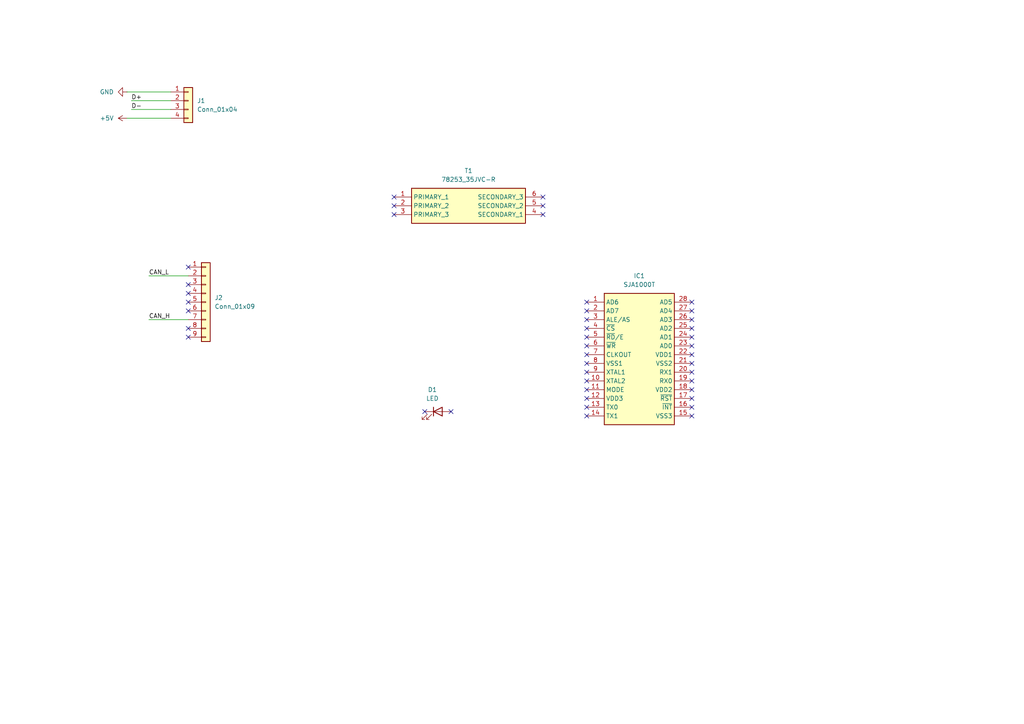
<source format=kicad_sch>
(kicad_sch (version 20250114) (generator "eeschema") (generator_version "9.0")
  (paper "A4")
  (lib_symbols
    (symbol "78253_55JC-R:78253_35JVC-R"
      (property "Reference" "T" (at 39.37 7.62 0))
      (property "Value" "78253_35JVC-R" (at 39.37 5.08 0))
      (symbol "78253_35JVC-R_1_1"
        (rectangle (start 5.08 2.54) (end 38.1 -7.62) (stroke (width 0.254)) (fill (type background)))
        (pin passive line (at 0 0 0) (length 5.08) (name "PRIMARY_1") (number "1"))
        (pin passive line (at 0 -2.54 0) (length 5.08) (name "PRIMARY_2") (number "2"))
        (pin passive line (at 0 -5.08 0) (length 5.08) (name "PRIMARY_3") (number "3"))
        (pin passive line (at 43.18 0 180) (length 5.08) (name "SECONDARY_3") (number "6"))
        (pin passive line (at 43.18 -2.54 180) (length 5.08) (name "SECONDARY_2") (number "5"))
        (pin passive line (at 43.18 -5.08 180) (length 5.08) (name "SECONDARY_1") (number "4"))
      )
    )
    (symbol "Connector_Generic:Conn_01x04" (pin_names (offset 1.016) (hide yes))
      (property "Reference" "J" (at 0 5.08 0))
      (property "Value" "Conn_01x04" (at 0 -7.62 0))
      (symbol "Conn_01x04_1_1"
        (rectangle (start -1.27 3.81) (end 1.27 -6.35) (stroke (width 0.254)) (fill (type background)))
        (rectangle (start -1.27 2.667) (end 0 2.413) (stroke (width 0.1524)))
        (rectangle (start -1.27 0.127) (end 0 -0.127) (stroke (width 0.1524)))
        (rectangle (start -1.27 -2.413) (end 0 -2.667) (stroke (width 0.1524)))
        (rectangle (start -1.27 -4.953) (end 0 -5.207) (stroke (width 0.1524)))
        (pin passive line (at -5.08 2.54 0) (length 3.81) (name "Pin_1") (number "1"))
        (pin passive line (at -5.08 0 0) (length 3.81) (name "Pin_2") (number "2"))
        (pin passive line (at -5.08 -2.54 0) (length 3.81) (name "Pin_3") (number "3"))
        (pin passive line (at -5.08 -5.08 0) (length 3.81) (name "Pin_4") (number "4"))
      )
    )
    (symbol "Connector_Generic:Conn_01x09" (pin_names (offset 1.016) (hide yes))
      (property "Reference" "J" (at 0 12.7 0))
      (property "Value" "Conn_01x09" (at 0 -12.7 0))
      (symbol "Conn_01x09_1_1"
        (rectangle (start -1.27 11.43) (end 1.27 -11.43) (stroke (width 0.254)) (fill (type background)))
        (rectangle (start -1.27 10.287) (end 0 10.033) (stroke (width 0.1524)))
        (rectangle (start -1.27 7.747) (end 0 7.493) (stroke (width 0.1524)))
        (rectangle (start -1.27 5.207) (end 0 4.953) (stroke (width 0.1524)))
        (rectangle (start -1.27 2.667) (end 0 2.413) (stroke (width 0.1524)))
        (rectangle (start -1.27 0.127) (end 0 -0.127) (stroke (width 0.1524)))
        (rectangle (start -1.27 -2.413) (end 0 -2.667) (stroke (width 0.1524)))
        (rectangle (start -1.27 -4.953) (end 0 -5.207) (stroke (width 0.1524)))
        (rectangle (start -1.27 -7.493) (end 0 -7.747) (stroke (width 0.1524)))
        (rectangle (start -1.27 -10.033) (end 0 -10.287) (stroke (width 0.1524)))
        (pin passive line (at -5.08 10.16 0) (length 3.81) (name "Pin_1") (number "1"))
        (pin passive line (at -5.08 7.62 0) (length 3.81) (name "Pin_2") (number "2"))
        (pin passive line (at -5.08 5.08 0) (length 3.81) (name "Pin_3") (number "3"))
        (pin passive line (at -5.08 2.54 0) (length 3.81) (name "Pin_4") (number "4"))
        (pin passive line (at -5.08 0 0) (length 3.81) (name "Pin_5") (number "5"))
        (pin passive line (at -5.08 -2.54 0) (length 3.81) (name "Pin_6") (number "6"))
        (pin passive line (at -5.08 -5.08 0) (length 3.81) (name "Pin_7") (number "7"))
        (pin passive line (at -5.08 -7.62 0) (length 3.81) (name "Pin_8") (number "8"))
        (pin passive line (at -5.08 -10.16 0) (length 3.81) (name "Pin_9") (number "9"))
      )
    )
    (symbol "Device:LED" (pin_numbers (hide yes)) (pin_names (offset 1.016) (hide yes))
      (property "Reference" "D" (at 0 2.54 0))
      (property "Value" "LED" (at 0 -2.54 0))
      (symbol "LED_0_1"
        (polyline (pts (xy -3.048 -0.762) (xy -4.572 -2.286) (xy -3.81 -2.286) (xy -4.572 -2.286) (xy -4.572 -1.524)))
        (polyline (pts (xy -1.778 -0.762) (xy -3.302 -2.286) (xy -2.54 -2.286) (xy -3.302 -2.286) (xy -3.302 -1.524)))
        (polyline (pts (xy -1.27 0) (xy 1.27 0)))
        (polyline (pts (xy -1.27 -1.27) (xy -1.27 1.27)) (stroke (width 0.254)))
        (polyline (pts (xy 1.27 -1.27) (xy 1.27 1.27) (xy -1.27 0) (xy 1.27 -1.27)) (stroke (width 0.254)))
      )
      (symbol "LED_1_1"
        (pin passive line (at -3.81 0 0) (length 2.54) (name "K") (number "1"))
        (pin passive line (at 3.81 0 180) (length 2.54) (name "A") (number "2"))
      )
    )
    (symbol "SJA1000T:SJA1000T"
      (property "Reference" "IC" (at 26.67 7.62 0))
      (property "Value" "SJA1000T" (at 26.67 5.08 0))
      (symbol "SJA1000T_1_1"
        (rectangle (start 5.08 2.54) (end 25.4 -35.56) (stroke (width 0.254)) (fill (type background)))
        (pin passive line (at 0 0 0) (length 5.08) (name "AD6") (number "1"))
        (pin passive line (at 0 -2.54 0) (length 5.08) (name "AD7") (number "2"))
        (pin passive line (at 0 -5.08 0) (length 5.08) (name "ALE/AS") (number "3"))
        (pin passive line (at 0 -7.62 0) (length 5.08) (name "~{CS}") (number "4"))
        (pin passive line (at 0 -10.16 0) (length 5.08) (name "~{RD}/E") (number "5"))
        (pin passive line (at 0 -12.7 0) (length 5.08) (name "~{WR}") (number "6"))
        (pin passive line (at 0 -15.24 0) (length 5.08) (name "CLKOUT") (number "7"))
        (pin passive line (at 0 -17.78 0) (length 5.08) (name "VSS1") (number "8"))
        (pin passive line (at 0 -20.32 0) (length 5.08) (name "XTAL1") (number "9"))
        (pin passive line (at 0 -22.86 0) (length 5.08) (name "XTAL2") (number "10"))
        (pin passive line (at 0 -25.4 0) (length 5.08) (name "MODE") (number "11"))
        (pin passive line (at 0 -27.94 0) (length 5.08) (name "VDD3") (number "12"))
        (pin passive line (at 0 -30.48 0) (length 5.08) (name "TX0") (number "13"))
        (pin passive line (at 0 -33.02 0) (length 5.08) (name "TX1") (number "14"))
        (pin passive line (at 30.48 0 180) (length 5.08) (name "AD5") (number "28"))
        (pin passive line (at 30.48 -2.54 180) (length 5.08) (name "AD4") (number "27"))
        (pin passive line (at 30.48 -5.08 180) (length 5.08) (name "AD3") (number "26"))
        (pin passive line (at 30.48 -7.62 180) (length 5.08) (name "AD2") (number "25"))
        (pin passive line (at 30.48 -10.16 180) (length 5.08) (name "AD1") (number "24"))
        (pin passive line (at 30.48 -12.7 180) (length 5.08) (name "AD0") (number "23"))
        (pin passive line (at 30.48 -15.24 180) (length 5.08) (name "VDD1") (number "22"))
        (pin passive line (at 30.48 -17.78 180) (length 5.08) (name "VSS2") (number "21"))
        (pin passive line (at 30.48 -20.32 180) (length 5.08) (name "RX1") (number "20"))
        (pin passive line (at 30.48 -22.86 180) (length 5.08) (name "RX0") (number "19"))
        (pin passive line (at 30.48 -25.4 180) (length 5.08) (name "VDD2") (number "18"))
        (pin passive line (at 30.48 -27.94 180) (length 5.08) (name "~{RST}") (number "17"))
        (pin passive line (at 30.48 -30.48 180) (length 5.08) (name "~{INT}") (number "16"))
        (pin passive line (at 30.48 -33.02 180) (length 5.08) (name "VSS3") (number "15"))
      )
    )
    (symbol "power:+5V" (power) (pin_numbers (hide yes)) (pin_names (offset 0) (hide yes))
      (property "Value" "+5V" (at 0 3.556 0))
      (symbol "+5V_0_1"
        (polyline (pts (xy -0.762 1.27) (xy 0 2.54)))
        (polyline (pts (xy 0 2.54) (xy 0.762 1.27)))
        (polyline (pts (xy 0 0) (xy 0 2.54)))
      )
      (symbol "+5V_1_1"
        (pin power_in line (at 0 0 90) (length 0) (name "~") (number "1"))
      )
    )
    (symbol "power:GND" (power) (pin_numbers (hide yes)) (pin_names (offset 0) (hide yes))
      (property "Value" "GND" (at 0 -3.81 0))
      (symbol "GND_0_1"
        (polyline (pts (xy 0 0) (xy 0 -1.27) (xy 1.27 -1.27) (xy 0 -2.54) (xy -1.27 -1.27) (xy 0 -1.27)))
      )
      (symbol "GND_1_1"
        (pin power_in line (at 0 0 270) (length 0) (name "~") (number "1"))
      )
    )
  )
  (no_connect (at 200.66 90.17))
  (no_connect (at 170.18 92.71))
  (no_connect (at 200.66 113.03))
  (no_connect (at 200.66 100.33))
  (no_connect (at 54.61 97.79))
  (no_connect (at 54.61 82.55))
  (no_connect (at 157.48 57.15))
  (no_connect (at 157.48 62.23))
  (no_connect (at 200.66 97.79))
  (no_connect (at 200.66 102.87))
  (no_connect (at 170.18 100.33))
  (no_connect (at 114.3 59.69))
  (no_connect (at 114.3 62.23))
  (no_connect (at 170.18 97.79))
  (no_connect (at 130.81 119.38))
  (no_connect (at 54.61 90.17))
  (no_connect (at 200.66 110.49))
  (no_connect (at 170.18 87.63))
  (no_connect (at 54.61 95.25))
  (no_connect (at 170.18 120.65))
  (no_connect (at 170.18 95.25))
  (no_connect (at 170.18 90.17))
  (no_connect (at 200.66 118.11))
  (no_connect (at 170.18 110.49))
  (no_connect (at 170.18 115.57))
  (no_connect (at 200.66 95.25))
  (no_connect (at 157.48 59.69))
  (no_connect (at 170.18 118.11))
  (no_connect (at 170.18 113.03))
  (no_connect (at 54.61 77.47))
  (no_connect (at 54.61 85.09))
  (no_connect (at 54.61 87.63))
  (no_connect (at 200.66 107.95))
  (no_connect (at 200.66 105.41))
  (no_connect (at 200.66 115.57))
  (no_connect (at 170.18 107.95))
  (no_connect (at 123.19 119.38))
  (no_connect (at 114.3 57.15))
  (no_connect (at 170.18 102.87))
  (no_connect (at 200.66 92.71))
  (no_connect (at 200.66 87.63))
  (no_connect (at 170.18 105.41))
  (no_connect (at 200.66 120.65))
  (wire (pts (xy 38.1 31.75) (xy 49.53 31.75)))
  (wire (pts (xy 43.18 80.01) (xy 54.61 80.01)))
  (wire (pts (xy 38.1 29.21) (xy 49.53 29.21)))
  (wire (pts (xy 43.18 92.71) (xy 54.61 92.71)))
  (wire (pts (xy 36.83 26.67) (xy 49.53 26.67)))
  (wire (pts (xy 36.83 34.29) (xy 49.53 34.29)))
  (label "CAN_L" (at 43.18 80.01 0))
  (label "D-" (at 38.1 31.75 0))
  (label "D+" (at 38.1 29.21 0))
  (label "CAN_H" (at 43.18 92.71 0))
  (symbol (lib_id "SJA1000T:SJA1000T") (at 170.18 87.63 0) (unit 1)
    (property "Reference" "IC1" (at 185.42 80.01 0))
    (property "Value" "SJA1000T" (at 185.42 82.55 0))
    (property "Footprint" "footprints:SOIC127P1032X265-28N" (effects (hide yes)))
    (property "Datasheet" "https://www.nxp.com.cn/docs/en/data-sheet/SJA1000.pdf" (effects (hide yes)))
    (property "Description" "Pin compatibility to the PCA82C200 stand-alone CAN controller  Electrical compatibility to the PCA82C200 stand-alone CAN controller  PCA82C200 mode (BasicCAN mode is default)  Extended receive buffer (64-byte FIFO)  CAN 2.0B protocol compatibility (extended frame passive in PCA82C200 compatibility mode)  Supports 11-bit identifier as well as 29-bit identifier  Bit rates up to 1 Mbits/s  PeliCAN mode extensions:  Error counters with read/write access  Programmable error warning limit" (effects (hide yes)))
    (property "Height" "2.65" (effects (hide yes)))
    (property "Manufacturer_Name" "NXP" (effects (hide yes)))
    (property "Manufacturer_Part_Number" "SJA1000T" (effects (hide yes)))
    (property "Mouser Part Number" "N/A" (effects (hide yes)))
    (property "Mouser Price/Stock" "https://www.mouser.co.uk/ProductDetail/NXP-Semiconductors/SJA1000T?qs=WhRErS6oET9QFs9BFBIjsg%3D%3D" (effects (hide yes)))
  )
  (symbol (lib_id "Connector_Generic:Conn_01x09") (at 59.69 87.63 0) (unit 1)
    (property "Reference" "J2" (at 62.23 86.3599 0) (effects (justify left)))
    (property "Value" "Conn_01x09" (at 62.23 88.8999 0) (effects (justify left)))
    (property "Footprint" "footprints:DSUB-9_Pins_EdgeMount_P2.77mm" (effects (hide yes)))
    (property "Description" "Generic connector, single row, 01x09, script generated (kicad-library-utils/schlib/autogen/connector/)" (effects (hide yes)))
  )
  (symbol (lib_id "Device:LED") (at 127 119.38 0) (unit 1)
    (property "Reference" "D1" (at 125.4125 113.03 0))
    (property "Value" "LED" (at 125.4125 115.57 0))
    (property "Footprint" "LED_THT:LED_D3.0mm_Clear" (effects (hide yes)))
    (property "Description" "Light emitting diode" (effects (hide yes)))
    (property "Sim.Pins" "1=K 2=A" (effects (hide yes)))
  )
  (symbol (lib_id "78253_55JC-R:78253_35JVC-R") (at 114.3 57.15 0) (unit 1)
    (property "Reference" "T1" (at 135.89 49.53 0))
    (property "Value" "78253_35JVC-R" (at 135.89 52.07 0))
    (property "Footprint" "footprints:78253_55JC-R" (effects (hide yes)))
    (property "Datasheet" "https://www.murata.com/products/productdata/8816046014494/kmp-78253j.pdf" (effects (hide yes)))
    (property "Description" "Power Transformers TFMR 1:2.14, 142 UH 3.3V 100MA" (effects (hide yes)))
    (property "Height" "6.9" (effects (hide yes)))
    (property "Mouser Part Number" "580-78253/35JVC-R" (effects (hide yes)))
    (property "Mouser Price/Stock" "https://www.mouser.co.uk/ProductDetail/Murata-Power-Solutions/78253-35JVC-R?qs=f4NXQ36d%252BdAcqnIhfli3BA%3D%3D" (effects (hide yes)))
    (property "Manufacturer_Name" "Murata Electronics" (effects (hide yes)))
    (property "Manufacturer_Part_Number" "78253/35JVC-R" (effects (hide yes)))
  )
  (symbol (lib_id "power:GND") (at 36.83 26.67 270) (unit 1)
    (property "Reference" "#PWR01" (effects (hide yes)))
    (property "Value" "GND" (at 33.02 26.6699 90) (effects (justify right)))
    (property "Description" "Power symbol creates a global label with name \"GND\" , ground" (effects (hide yes)))
  )
  (symbol (lib_id "Connector_Generic:Conn_01x04") (at 54.61 29.21 0) (unit 1)
    (property "Reference" "J1" (at 57.15 29.2099 0) (effects (justify left)))
    (property "Value" "Conn_01x04" (at 57.15 31.7499 0) (effects (justify left)))
    (property "Footprint" "Connector_PinHeader_1.00mm:PinHeader_1x04_P1.00mm_Vertical" (effects (hide yes)))
    (property "Description" "Generic connector, single row, 01x04, script generated (kicad-library-utils/schlib/autogen/connector/)" (effects (hide yes)))
  )
  (symbol (lib_id "power:+5V") (at 36.83 34.29 90) (unit 1)
    (property "Reference" "#PWR02" (effects (hide yes)))
    (property "Value" "+5V" (at 33.02 34.2899 90) (effects (justify left)))
    (property "Description" "Power symbol creates a global label with name \"+5V\"" (effects (hide yes)))
  )
)
</source>
